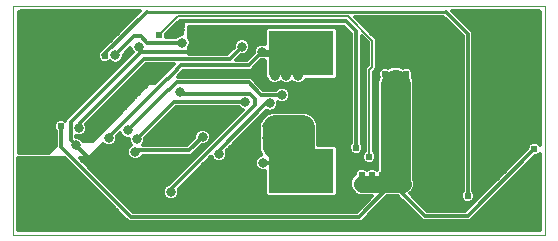
<source format=gbl>
G75*
%MOIN*%
%OFA0B0*%
%FSLAX25Y25*%
%IPPOS*%
%LPD*%
%AMOC8*
5,1,8,0,0,1.08239X$1,22.5*
%
%ADD10C,0.00000*%
%ADD11R,0.21654X0.15157*%
%ADD12C,0.01181*%
%ADD13C,0.03150*%
%ADD14C,0.02400*%
%ADD15C,0.02775*%
%ADD16C,0.00600*%
%ADD17C,0.07874*%
%ADD18C,0.02400*%
%ADD19C,0.10000*%
%ADD20C,0.05600*%
%ADD21C,0.01142*%
D10*
X0002291Y0002097D02*
X0002291Y0078534D01*
X0179516Y0078534D01*
X0179516Y0002097D01*
X0002291Y0002097D01*
D11*
X0098354Y0023554D03*
X0098354Y0062727D03*
D12*
X0110372Y0062258D02*
X0114839Y0062258D01*
X0114839Y0061078D02*
X0110372Y0061078D01*
X0110372Y0059898D02*
X0114839Y0059898D01*
X0114839Y0058719D02*
X0110372Y0058719D01*
X0110372Y0057539D02*
X0114839Y0057539D01*
X0114839Y0056359D02*
X0110372Y0056359D01*
X0110372Y0055180D02*
X0114839Y0055180D01*
X0114839Y0054000D02*
X0109717Y0054000D01*
X0109674Y0053958D02*
X0110372Y0054655D01*
X0110372Y0070799D01*
X0109674Y0071496D01*
X0087034Y0071496D01*
X0086337Y0070799D01*
X0086337Y0065686D01*
X0085743Y0065933D01*
X0084643Y0065933D01*
X0083626Y0065512D01*
X0082848Y0064734D01*
X0082427Y0063717D01*
X0082427Y0062921D01*
X0081033Y0061526D01*
X0081033Y0061526D01*
X0080428Y0060922D01*
X0080049Y0060542D01*
X0076656Y0060542D01*
X0078292Y0062178D01*
X0079089Y0062178D01*
X0080105Y0062599D01*
X0080883Y0063377D01*
X0081304Y0064394D01*
X0081304Y0065494D01*
X0080883Y0066510D01*
X0080105Y0067288D01*
X0079089Y0067709D01*
X0077989Y0067709D01*
X0076972Y0067288D01*
X0076194Y0066510D01*
X0075773Y0065494D01*
X0075773Y0064697D01*
X0073656Y0062580D01*
X0060854Y0062580D01*
X0060854Y0064588D01*
X0061010Y0064744D01*
X0061431Y0065760D01*
X0061431Y0066860D01*
X0061010Y0067877D01*
X0060854Y0068033D01*
X0060854Y0071650D01*
X0112530Y0071650D01*
X0114839Y0069341D01*
X0114839Y0032873D01*
X0114593Y0032627D01*
X0114229Y0031749D01*
X0114229Y0030798D01*
X0114593Y0029919D01*
X0115266Y0029247D01*
X0116144Y0028883D01*
X0117096Y0028883D01*
X0117974Y0029247D01*
X0118647Y0029919D01*
X0119011Y0030798D01*
X0119011Y0031749D01*
X0118647Y0032627D01*
X0118401Y0032873D01*
X0118401Y0068362D01*
X0120404Y0066357D01*
X0120404Y0066357D01*
X0120471Y0066290D01*
X0120471Y0058901D01*
X0120293Y0058723D01*
X0119420Y0057850D01*
X0119420Y0030168D01*
X0118884Y0029632D01*
X0118520Y0028753D01*
X0118520Y0027802D01*
X0118884Y0026924D01*
X0119556Y0026251D01*
X0120435Y0025887D01*
X0121386Y0025887D01*
X0122265Y0026251D01*
X0122937Y0026924D01*
X0123301Y0027802D01*
X0123301Y0028753D01*
X0122937Y0029632D01*
X0122401Y0030168D01*
X0122401Y0056615D01*
X0123452Y0057666D01*
X0123452Y0067591D01*
X0122579Y0068465D01*
X0122513Y0068465D01*
X0116178Y0074806D01*
X0145635Y0074806D01*
X0152036Y0068404D01*
X0152036Y0016845D01*
X0151791Y0016600D01*
X0151427Y0015721D01*
X0151427Y0014770D01*
X0151791Y0013892D01*
X0152463Y0013219D01*
X0153342Y0012855D01*
X0154293Y0012855D01*
X0155172Y0013219D01*
X0155844Y0013892D01*
X0156208Y0014770D01*
X0156208Y0015721D01*
X0155844Y0016600D01*
X0155598Y0016845D01*
X0155598Y0068404D01*
X0155598Y0069880D01*
X0148578Y0076900D01*
X0177488Y0076900D01*
X0177925Y0076463D01*
X0177925Y0032231D01*
X0177366Y0032791D01*
X0176487Y0033155D01*
X0175536Y0033155D01*
X0174658Y0032791D01*
X0173985Y0032118D01*
X0173621Y0031240D01*
X0173621Y0030892D01*
X0152989Y0010261D01*
X0140348Y0010261D01*
X0134579Y0016030D01*
X0135055Y0016521D01*
X0135596Y0017061D01*
X0135608Y0017090D01*
X0135629Y0017112D01*
X0135911Y0017822D01*
X0136203Y0018528D01*
X0136203Y0018559D01*
X0136215Y0018588D01*
X0136203Y0019352D01*
X0136203Y0020115D01*
X0136191Y0020144D01*
X0136191Y0020175D01*
X0135986Y0020650D01*
X0135986Y0053529D01*
X0135448Y0054827D01*
X0135630Y0055267D01*
X0135630Y0056218D01*
X0135266Y0057097D01*
X0134594Y0057769D01*
X0133715Y0058133D01*
X0132764Y0058133D01*
X0132324Y0057951D01*
X0131026Y0058488D01*
X0128564Y0058488D01*
X0127266Y0057951D01*
X0126826Y0058133D01*
X0125875Y0058133D01*
X0124996Y0057769D01*
X0124324Y0057097D01*
X0123960Y0056218D01*
X0123960Y0055267D01*
X0124142Y0054827D01*
X0123604Y0053529D01*
X0123604Y0023937D01*
X0123600Y0023933D01*
X0123232Y0024301D01*
X0122353Y0024665D01*
X0121402Y0024665D01*
X0120524Y0024301D01*
X0120156Y0023933D01*
X0119787Y0024301D01*
X0118909Y0024665D01*
X0117958Y0024665D01*
X0117079Y0024301D01*
X0116406Y0023629D01*
X0116043Y0022750D01*
X0116043Y0022575D01*
X0115050Y0021582D01*
X0114443Y0020115D01*
X0114443Y0018528D01*
X0115050Y0017061D01*
X0116173Y0015939D01*
X0117639Y0015331D01*
X0122009Y0015331D01*
X0116880Y0009976D01*
X0042207Y0009976D01*
X0024495Y0027688D01*
X0027390Y0027688D01*
X0032229Y0032527D01*
X0032648Y0032108D01*
X0033665Y0031687D01*
X0034765Y0031687D01*
X0035781Y0032108D01*
X0036559Y0032886D01*
X0036980Y0033902D01*
X0036980Y0035002D01*
X0036907Y0035178D01*
X0037933Y0036204D01*
X0038235Y0035474D01*
X0039013Y0034696D01*
X0040030Y0034275D01*
X0040699Y0034275D01*
X0040699Y0033605D01*
X0041120Y0032589D01*
X0041460Y0032249D01*
X0041406Y0032227D01*
X0040628Y0031449D01*
X0040207Y0030433D01*
X0040207Y0029333D01*
X0040628Y0028316D01*
X0041406Y0027538D01*
X0042422Y0027117D01*
X0043522Y0027117D01*
X0044539Y0027538D01*
X0045317Y0028316D01*
X0045432Y0028594D01*
X0061602Y0028594D01*
X0065137Y0032129D01*
X0065933Y0032129D01*
X0066950Y0032550D01*
X0067728Y0033327D01*
X0068149Y0034344D01*
X0068149Y0035444D01*
X0067728Y0036460D01*
X0066950Y0037238D01*
X0065933Y0037659D01*
X0064833Y0037659D01*
X0063817Y0037238D01*
X0063039Y0036460D01*
X0062618Y0035444D01*
X0062618Y0034647D01*
X0060126Y0032156D01*
X0045376Y0032156D01*
X0045809Y0032589D01*
X0046230Y0033605D01*
X0046230Y0034402D01*
X0056543Y0044715D01*
X0077369Y0044715D01*
X0077932Y0044152D01*
X0078705Y0043832D01*
X0054126Y0019253D01*
X0053330Y0018923D01*
X0052552Y0018145D01*
X0052131Y0017129D01*
X0052131Y0016028D01*
X0052552Y0015012D01*
X0053330Y0014234D01*
X0054346Y0013813D01*
X0055446Y0013813D01*
X0056462Y0014234D01*
X0057240Y0015012D01*
X0057661Y0016028D01*
X0057661Y0017129D01*
X0057479Y0017568D01*
X0068255Y0028345D01*
X0068575Y0027574D01*
X0069353Y0026796D01*
X0070369Y0026375D01*
X0071469Y0026375D01*
X0072486Y0026796D01*
X0073263Y0027574D01*
X0073684Y0028590D01*
X0073684Y0029690D01*
X0073413Y0030346D01*
X0086675Y0043608D01*
X0087330Y0043336D01*
X0088431Y0043336D01*
X0089447Y0043757D01*
X0090225Y0044535D01*
X0090646Y0045552D01*
X0090646Y0046398D01*
X0091353Y0046105D01*
X0092453Y0046105D01*
X0093470Y0046526D01*
X0094247Y0047304D01*
X0094668Y0048320D01*
X0094668Y0049421D01*
X0094247Y0050437D01*
X0093470Y0051215D01*
X0092453Y0051636D01*
X0091353Y0051636D01*
X0090337Y0051215D01*
X0089773Y0050652D01*
X0085686Y0050652D01*
X0082638Y0053755D01*
X0082638Y0053765D01*
X0082122Y0054280D01*
X0081611Y0054801D01*
X0081601Y0054802D01*
X0081595Y0054808D01*
X0080865Y0054808D01*
X0080135Y0054815D01*
X0080128Y0054808D01*
X0057029Y0054808D01*
X0057655Y0055434D01*
X0058698Y0056478D01*
X0058698Y0056909D01*
X0058769Y0056980D01*
X0080049Y0056980D01*
X0080794Y0056980D01*
X0081524Y0056980D01*
X0081524Y0056980D01*
X0081524Y0056980D01*
X0082205Y0057661D01*
X0082567Y0058023D01*
X0082936Y0058391D01*
X0084946Y0060402D01*
X0085431Y0060402D01*
X0085780Y0060374D01*
X0085871Y0060337D01*
X0086252Y0060337D01*
X0086337Y0060330D01*
X0086337Y0054655D01*
X0086870Y0054122D01*
X0087053Y0053680D01*
X0087831Y0052902D01*
X0088848Y0052481D01*
X0089948Y0052481D01*
X0090964Y0052902D01*
X0091366Y0053305D01*
X0091768Y0052902D01*
X0092785Y0052481D01*
X0093885Y0052481D01*
X0094901Y0052902D01*
X0095303Y0053305D01*
X0095705Y0052902D01*
X0096722Y0052481D01*
X0097822Y0052481D01*
X0098838Y0052902D01*
X0099616Y0053680D01*
X0099731Y0053958D01*
X0109674Y0053958D01*
X0114839Y0052821D02*
X0098640Y0052821D01*
X0095903Y0052821D02*
X0094703Y0052821D01*
X0091966Y0052821D02*
X0090766Y0052821D01*
X0088029Y0052821D02*
X0083556Y0052821D01*
X0082402Y0054000D02*
X0086921Y0054000D01*
X0086337Y0055180D02*
X0057401Y0055180D01*
X0058580Y0056359D02*
X0086337Y0056359D01*
X0086337Y0057539D02*
X0082083Y0057539D01*
X0082567Y0058023D02*
X0082567Y0058023D01*
X0083263Y0058719D02*
X0086337Y0058719D01*
X0086337Y0059898D02*
X0084443Y0059898D01*
X0081771Y0059745D02*
X0080786Y0058761D01*
X0058031Y0058761D01*
X0056917Y0057647D01*
X0056917Y0057215D01*
X0053965Y0054263D01*
X0053472Y0054263D01*
X0034772Y0035562D01*
X0034215Y0035005D01*
X0034215Y0034452D01*
X0036440Y0032767D02*
X0041046Y0032767D01*
X0040766Y0031588D02*
X0031290Y0031588D01*
X0030110Y0030408D02*
X0040207Y0030408D01*
X0040250Y0029228D02*
X0028930Y0029228D01*
X0027751Y0028049D02*
X0040895Y0028049D01*
X0042972Y0029883D02*
X0043138Y0030148D01*
X0043364Y0030375D01*
X0060864Y0030375D01*
X0065383Y0034894D01*
X0062618Y0035126D02*
X0046954Y0035126D01*
X0048134Y0036306D02*
X0062975Y0036306D01*
X0064414Y0037486D02*
X0049314Y0037486D01*
X0050493Y0038665D02*
X0073538Y0038665D01*
X0072359Y0037486D02*
X0066352Y0037486D01*
X0067791Y0036306D02*
X0071179Y0036306D01*
X0070000Y0035126D02*
X0068149Y0035126D01*
X0067984Y0033947D02*
X0068820Y0033947D01*
X0067640Y0032767D02*
X0067167Y0032767D01*
X0066461Y0031588D02*
X0064596Y0031588D01*
X0065281Y0030408D02*
X0063416Y0030408D01*
X0064101Y0029228D02*
X0062236Y0029228D01*
X0062922Y0028049D02*
X0045049Y0028049D01*
X0045883Y0032767D02*
X0060738Y0032767D01*
X0061917Y0033947D02*
X0046230Y0033947D01*
X0043464Y0034155D02*
X0055805Y0046496D01*
X0079498Y0046496D01*
X0077520Y0044563D02*
X0056391Y0044563D01*
X0055212Y0043384D02*
X0078257Y0043384D01*
X0077077Y0042204D02*
X0054032Y0042204D01*
X0052853Y0041024D02*
X0075898Y0041024D01*
X0074718Y0039845D02*
X0051673Y0039845D01*
X0053958Y0050418D02*
X0040580Y0037040D01*
X0038583Y0035126D02*
X0036929Y0035126D01*
X0036980Y0033947D02*
X0040699Y0033947D01*
X0032758Y0037486D02*
X0026981Y0037486D01*
X0026981Y0037244D02*
X0026981Y0038344D01*
X0026635Y0039178D01*
X0046474Y0059017D01*
X0055767Y0059017D01*
X0052793Y0056044D01*
X0052735Y0056044D01*
X0051691Y0055000D01*
X0049477Y0052786D01*
X0047567Y0052786D01*
X0043138Y0048357D01*
X0034772Y0039499D01*
X0028866Y0033593D01*
X0025474Y0033593D01*
X0025457Y0033637D01*
X0024679Y0034414D01*
X0023662Y0034835D01*
X0023227Y0034835D01*
X0023227Y0035210D01*
X0023666Y0035028D01*
X0024766Y0035028D01*
X0025782Y0035449D01*
X0026560Y0036227D01*
X0026981Y0037244D01*
X0026593Y0036306D02*
X0031579Y0036306D01*
X0030399Y0035126D02*
X0025003Y0035126D01*
X0023429Y0035126D02*
X0023227Y0035126D01*
X0025146Y0033947D02*
X0029220Y0033947D01*
X0023112Y0032070D02*
X0028313Y0026869D01*
X0058017Y0026869D01*
X0060563Y0025690D02*
X0026493Y0025690D01*
X0027673Y0024510D02*
X0059383Y0024510D01*
X0058203Y0023330D02*
X0028853Y0023330D01*
X0030032Y0022151D02*
X0057024Y0022151D01*
X0055844Y0020971D02*
X0031212Y0020971D01*
X0032392Y0019791D02*
X0054665Y0019791D01*
X0053019Y0018612D02*
X0033571Y0018612D01*
X0034751Y0017432D02*
X0052256Y0017432D01*
X0052131Y0016253D02*
X0035930Y0016253D01*
X0037110Y0015073D02*
X0052526Y0015073D01*
X0054152Y0013893D02*
X0038290Y0013893D01*
X0039469Y0012714D02*
X0119502Y0012714D01*
X0118373Y0011534D02*
X0040649Y0011534D01*
X0041828Y0010355D02*
X0117243Y0010355D01*
X0117641Y0008195D02*
X0128768Y0019814D01*
X0128768Y0019322D01*
X0128768Y0019814D02*
X0132213Y0019322D01*
X0129260Y0018830D01*
X0139610Y0008480D01*
X0153727Y0008480D01*
X0176012Y0030764D01*
X0177857Y0029228D02*
X0177925Y0029228D01*
X0177925Y0029297D02*
X0177925Y0004011D01*
X0177602Y0003688D01*
X0003882Y0003688D01*
X0003882Y0027688D01*
X0019458Y0027688D01*
X0039688Y0007457D01*
X0040732Y0006414D01*
X0116926Y0006414D01*
X0116942Y0006398D01*
X0117660Y0006414D01*
X0118379Y0006414D01*
X0118394Y0006430D01*
X0118417Y0006430D01*
X0118914Y0006949D01*
X0119422Y0007457D01*
X0119422Y0007479D01*
X0126941Y0015331D01*
X0130239Y0015331D01*
X0138872Y0006698D01*
X0154465Y0006698D01*
X0176140Y0028374D01*
X0176487Y0028374D01*
X0177366Y0028738D01*
X0177925Y0029297D01*
X0177925Y0028049D02*
X0175815Y0028049D01*
X0174636Y0026869D02*
X0177925Y0026869D01*
X0177925Y0025690D02*
X0173456Y0025690D01*
X0172276Y0024510D02*
X0177925Y0024510D01*
X0177925Y0023330D02*
X0171097Y0023330D01*
X0169917Y0022151D02*
X0177925Y0022151D01*
X0177925Y0020971D02*
X0168738Y0020971D01*
X0167558Y0019791D02*
X0177925Y0019791D01*
X0177925Y0018612D02*
X0166378Y0018612D01*
X0165199Y0017432D02*
X0177925Y0017432D01*
X0177925Y0016253D02*
X0164019Y0016253D01*
X0162840Y0015073D02*
X0177925Y0015073D01*
X0177925Y0013893D02*
X0161660Y0013893D01*
X0160480Y0012714D02*
X0177925Y0012714D01*
X0177925Y0011534D02*
X0159301Y0011534D01*
X0158121Y0010355D02*
X0177925Y0010355D01*
X0177925Y0009175D02*
X0156941Y0009175D01*
X0155762Y0007995D02*
X0177925Y0007995D01*
X0177925Y0006816D02*
X0154582Y0006816D01*
X0153083Y0010355D02*
X0140254Y0010355D01*
X0139074Y0011534D02*
X0154263Y0011534D01*
X0155443Y0012714D02*
X0137894Y0012714D01*
X0136715Y0013893D02*
X0151790Y0013893D01*
X0151427Y0015073D02*
X0135535Y0015073D01*
X0134795Y0016253D02*
X0151647Y0016253D01*
X0152036Y0017432D02*
X0135756Y0017432D01*
X0136214Y0018612D02*
X0152036Y0018612D01*
X0152036Y0019791D02*
X0136203Y0019791D01*
X0135986Y0020971D02*
X0152036Y0020971D01*
X0152036Y0022151D02*
X0135986Y0022151D01*
X0135986Y0023330D02*
X0152036Y0023330D01*
X0152036Y0024510D02*
X0135986Y0024510D01*
X0135986Y0025690D02*
X0152036Y0025690D01*
X0152036Y0026869D02*
X0135986Y0026869D01*
X0135986Y0028049D02*
X0152036Y0028049D01*
X0152036Y0029228D02*
X0135986Y0029228D01*
X0135986Y0030408D02*
X0152036Y0030408D01*
X0152036Y0031588D02*
X0135986Y0031588D01*
X0135986Y0032767D02*
X0152036Y0032767D01*
X0152036Y0033947D02*
X0135986Y0033947D01*
X0135986Y0035126D02*
X0152036Y0035126D01*
X0152036Y0036306D02*
X0135986Y0036306D01*
X0135986Y0037486D02*
X0152036Y0037486D01*
X0152036Y0038665D02*
X0135986Y0038665D01*
X0135986Y0039845D02*
X0152036Y0039845D01*
X0152036Y0041024D02*
X0135986Y0041024D01*
X0135986Y0042204D02*
X0152036Y0042204D01*
X0152036Y0043384D02*
X0135986Y0043384D01*
X0135986Y0044563D02*
X0152036Y0044563D01*
X0152036Y0045743D02*
X0135986Y0045743D01*
X0135986Y0046923D02*
X0152036Y0046923D01*
X0152036Y0048102D02*
X0135986Y0048102D01*
X0135986Y0049282D02*
X0152036Y0049282D01*
X0152036Y0050461D02*
X0135986Y0050461D01*
X0135986Y0051641D02*
X0152036Y0051641D01*
X0152036Y0052821D02*
X0135986Y0052821D01*
X0135790Y0054000D02*
X0152036Y0054000D01*
X0152036Y0055180D02*
X0135594Y0055180D01*
X0135572Y0056359D02*
X0152036Y0056359D01*
X0152036Y0057539D02*
X0134824Y0057539D01*
X0124766Y0057539D02*
X0123325Y0057539D01*
X0123452Y0058719D02*
X0152036Y0058719D01*
X0152036Y0059898D02*
X0123452Y0059898D01*
X0120471Y0059898D02*
X0118401Y0059898D01*
X0118401Y0058719D02*
X0120289Y0058719D01*
X0119420Y0057539D02*
X0118401Y0057539D01*
X0118401Y0056359D02*
X0119420Y0056359D01*
X0119420Y0055180D02*
X0118401Y0055180D01*
X0118401Y0054000D02*
X0119420Y0054000D01*
X0119420Y0052821D02*
X0118401Y0052821D01*
X0118401Y0051641D02*
X0119420Y0051641D01*
X0119420Y0050461D02*
X0118401Y0050461D01*
X0118401Y0049282D02*
X0119420Y0049282D01*
X0119420Y0048102D02*
X0118401Y0048102D01*
X0118401Y0046923D02*
X0119420Y0046923D01*
X0119420Y0045743D02*
X0118401Y0045743D01*
X0118401Y0044563D02*
X0119420Y0044563D01*
X0119420Y0043384D02*
X0118401Y0043384D01*
X0118401Y0042204D02*
X0119420Y0042204D01*
X0119420Y0041024D02*
X0118401Y0041024D01*
X0118401Y0039845D02*
X0119420Y0039845D01*
X0119420Y0038665D02*
X0118401Y0038665D01*
X0118401Y0037486D02*
X0119420Y0037486D01*
X0119420Y0036306D02*
X0118401Y0036306D01*
X0118401Y0035126D02*
X0119420Y0035126D01*
X0119420Y0033947D02*
X0118401Y0033947D01*
X0118507Y0032767D02*
X0119420Y0032767D01*
X0119420Y0031588D02*
X0119011Y0031588D01*
X0116620Y0031273D02*
X0116620Y0070078D01*
X0113267Y0073431D01*
X0059371Y0073431D01*
X0055932Y0069992D01*
X0054623Y0070515D02*
X0058700Y0070515D01*
X0058740Y0071694D02*
X0055805Y0071694D01*
X0056986Y0072874D02*
X0058781Y0072874D01*
X0058806Y0073599D02*
X0058650Y0069076D01*
X0058116Y0069076D01*
X0057100Y0068655D01*
X0056536Y0068091D01*
X0053185Y0068091D01*
X0053347Y0068484D01*
X0053347Y0069240D01*
X0057711Y0073599D01*
X0058806Y0073599D01*
X0060854Y0070515D02*
X0086337Y0070515D01*
X0086337Y0069335D02*
X0060854Y0069335D01*
X0060854Y0068156D02*
X0086337Y0068156D01*
X0086337Y0066976D02*
X0080417Y0066976D01*
X0081179Y0065796D02*
X0084314Y0065796D01*
X0086072Y0065796D02*
X0086337Y0065796D01*
X0082800Y0064617D02*
X0081304Y0064617D01*
X0080908Y0063437D02*
X0082427Y0063437D01*
X0084870Y0062845D02*
X0085193Y0063167D01*
X0081771Y0059745D01*
X0080585Y0061078D02*
X0077192Y0061078D01*
X0079280Y0062258D02*
X0081764Y0062258D01*
X0075693Y0064617D02*
X0060883Y0064617D01*
X0060854Y0063437D02*
X0074513Y0063437D01*
X0074393Y0060798D02*
X0078539Y0064944D01*
X0076660Y0066976D02*
X0061384Y0066976D01*
X0061431Y0065796D02*
X0075899Y0065796D01*
X0065437Y0063754D02*
X0065261Y0064914D01*
X0065261Y0070194D01*
X0065498Y0069447D01*
X0058659Y0069335D02*
X0053442Y0069335D01*
X0053211Y0068156D02*
X0056601Y0068156D01*
X0058666Y0066310D02*
X0046821Y0066310D01*
X0044727Y0068405D01*
X0042670Y0068405D01*
X0036345Y0062079D01*
X0038923Y0061078D02*
X0040099Y0061078D01*
X0039110Y0061529D02*
X0038689Y0060513D01*
X0037911Y0059735D01*
X0036895Y0059314D01*
X0035794Y0059314D01*
X0034778Y0059735D01*
X0034389Y0060124D01*
X0034158Y0059893D01*
X0033279Y0059529D01*
X0032328Y0059529D01*
X0031450Y0059893D01*
X0030777Y0060565D01*
X0030413Y0061444D01*
X0030413Y0062395D01*
X0030531Y0062678D01*
X0030531Y0062811D01*
X0030625Y0062906D01*
X0030777Y0063273D01*
X0031450Y0063946D01*
X0031817Y0064098D01*
X0044620Y0076900D01*
X0004752Y0076900D01*
X0004260Y0076408D01*
X0004260Y0029656D01*
X0014102Y0029656D01*
X0016428Y0031982D01*
X0016428Y0036816D01*
X0016183Y0037062D01*
X0015819Y0037941D01*
X0015819Y0038892D01*
X0016183Y0039770D01*
X0016855Y0040443D01*
X0017734Y0040807D01*
X0018685Y0040807D01*
X0019564Y0040443D01*
X0019665Y0040342D01*
X0019665Y0040644D01*
X0020019Y0040998D01*
X0042084Y0063063D01*
X0041713Y0063435D01*
X0041292Y0064451D01*
X0041292Y0064507D01*
X0039110Y0062326D01*
X0039110Y0061529D01*
X0039110Y0062258D02*
X0041279Y0062258D01*
X0041712Y0063437D02*
X0040221Y0063437D01*
X0044057Y0065002D02*
X0044807Y0063267D01*
X0044602Y0063062D01*
X0063409Y0063062D01*
X0065261Y0064914D01*
X0074393Y0060798D02*
X0047221Y0060798D01*
X0045737Y0060798D01*
X0024437Y0039499D01*
X0024437Y0038515D01*
X0023945Y0038022D01*
X0024216Y0037794D01*
X0026848Y0038665D02*
X0033938Y0038665D01*
X0035098Y0039845D02*
X0027302Y0039845D01*
X0028482Y0041024D02*
X0036213Y0041024D01*
X0037327Y0042204D02*
X0029661Y0042204D01*
X0030841Y0043384D02*
X0038441Y0043384D01*
X0039555Y0044563D02*
X0032020Y0044563D01*
X0033200Y0045743D02*
X0040669Y0045743D01*
X0041783Y0046923D02*
X0034380Y0046923D01*
X0035559Y0048102D02*
X0042897Y0048102D01*
X0044062Y0049282D02*
X0036739Y0049282D01*
X0037918Y0050461D02*
X0045242Y0050461D01*
X0046422Y0051641D02*
X0039098Y0051641D01*
X0040278Y0052821D02*
X0049512Y0052821D01*
X0050691Y0054000D02*
X0041457Y0054000D01*
X0042637Y0055180D02*
X0051871Y0055180D01*
X0053109Y0056359D02*
X0043816Y0056359D01*
X0044996Y0057539D02*
X0054288Y0057539D01*
X0055468Y0058719D02*
X0046176Y0058719D01*
X0038919Y0059898D02*
X0038075Y0059898D01*
X0037740Y0058719D02*
X0004260Y0058719D01*
X0004260Y0059898D02*
X0031444Y0059898D01*
X0034164Y0059898D02*
X0034614Y0059898D01*
X0036560Y0057539D02*
X0004260Y0057539D01*
X0004260Y0056359D02*
X0035380Y0056359D01*
X0034201Y0055180D02*
X0004260Y0055180D01*
X0004260Y0054000D02*
X0033021Y0054000D01*
X0031842Y0052821D02*
X0004260Y0052821D01*
X0004260Y0051641D02*
X0030662Y0051641D01*
X0029482Y0050461D02*
X0004260Y0050461D01*
X0004260Y0049282D02*
X0028303Y0049282D01*
X0027123Y0048102D02*
X0004260Y0048102D01*
X0004260Y0046923D02*
X0025944Y0046923D01*
X0024764Y0045743D02*
X0004260Y0045743D01*
X0004260Y0044563D02*
X0023584Y0044563D01*
X0022405Y0043384D02*
X0004260Y0043384D01*
X0004260Y0042204D02*
X0021225Y0042204D01*
X0020046Y0041024D02*
X0004260Y0041024D01*
X0004260Y0039845D02*
X0016257Y0039845D01*
X0015819Y0038665D02*
X0004260Y0038665D01*
X0004260Y0037486D02*
X0016007Y0037486D01*
X0016428Y0036306D02*
X0004260Y0036306D01*
X0004260Y0035126D02*
X0016428Y0035126D01*
X0016428Y0033947D02*
X0004260Y0033947D01*
X0004260Y0032767D02*
X0016428Y0032767D01*
X0016034Y0031588D02*
X0004260Y0031588D01*
X0004260Y0030408D02*
X0014854Y0030408D01*
X0018209Y0031455D02*
X0041469Y0008195D01*
X0117641Y0008195D01*
X0119916Y0007995D02*
X0137575Y0007995D01*
X0138755Y0006816D02*
X0118786Y0006816D01*
X0121046Y0009175D02*
X0136396Y0009175D01*
X0135216Y0010355D02*
X0122175Y0010355D01*
X0123305Y0011534D02*
X0134036Y0011534D01*
X0132857Y0012714D02*
X0124434Y0012714D01*
X0125564Y0013893D02*
X0131677Y0013893D01*
X0130498Y0015073D02*
X0126694Y0015073D01*
X0121762Y0015073D02*
X0109963Y0015073D01*
X0109674Y0014785D02*
X0110372Y0015482D01*
X0110372Y0031626D01*
X0109674Y0032323D01*
X0103876Y0032323D01*
X0103876Y0039042D01*
X0103095Y0040927D01*
X0101653Y0042369D01*
X0099768Y0043150D01*
X0088378Y0043150D01*
X0086493Y0042369D01*
X0085051Y0040927D01*
X0084776Y0040265D01*
X0084593Y0040081D01*
X0084172Y0039065D01*
X0084172Y0037964D01*
X0084270Y0037727D01*
X0084270Y0035365D01*
X0084172Y0035128D01*
X0084172Y0034027D01*
X0084270Y0033790D01*
X0084270Y0030605D01*
X0084978Y0028897D01*
X0084112Y0028538D01*
X0083334Y0027760D01*
X0082913Y0026744D01*
X0082913Y0025644D01*
X0083334Y0024627D01*
X0084112Y0023849D01*
X0085129Y0023428D01*
X0086229Y0023428D01*
X0086337Y0023473D01*
X0086337Y0015482D01*
X0087034Y0014785D01*
X0109674Y0014785D01*
X0110372Y0016253D02*
X0115859Y0016253D01*
X0114896Y0017432D02*
X0110372Y0017432D01*
X0110372Y0018612D02*
X0114443Y0018612D01*
X0114443Y0019791D02*
X0110372Y0019791D01*
X0110372Y0020971D02*
X0114797Y0020971D01*
X0115619Y0022151D02*
X0110372Y0022151D01*
X0110372Y0023330D02*
X0116283Y0023330D01*
X0117583Y0024510D02*
X0110372Y0024510D01*
X0110372Y0025690D02*
X0123604Y0025690D01*
X0123604Y0024510D02*
X0122728Y0024510D01*
X0121028Y0024510D02*
X0119283Y0024510D01*
X0118939Y0026869D02*
X0110372Y0026869D01*
X0110372Y0028049D02*
X0118520Y0028049D01*
X0118717Y0029228D02*
X0117930Y0029228D01*
X0118849Y0030408D02*
X0119420Y0030408D01*
X0122401Y0030408D02*
X0123604Y0030408D01*
X0123604Y0029228D02*
X0123104Y0029228D01*
X0123301Y0028049D02*
X0123604Y0028049D01*
X0123604Y0026869D02*
X0122883Y0026869D01*
X0115310Y0029228D02*
X0110372Y0029228D01*
X0110372Y0030408D02*
X0114391Y0030408D01*
X0114229Y0031588D02*
X0110372Y0031588D01*
X0114733Y0032767D02*
X0103876Y0032767D01*
X0103876Y0033947D02*
X0114839Y0033947D01*
X0114839Y0035126D02*
X0103876Y0035126D01*
X0103876Y0036306D02*
X0114839Y0036306D01*
X0114839Y0037486D02*
X0103876Y0037486D01*
X0103876Y0038665D02*
X0114839Y0038665D01*
X0114839Y0039845D02*
X0103543Y0039845D01*
X0102997Y0041024D02*
X0114839Y0041024D01*
X0114839Y0042204D02*
X0101818Y0042204D01*
X0098748Y0038515D02*
X0098748Y0038022D01*
X0098748Y0035070D02*
X0094811Y0034578D01*
X0091760Y0036743D02*
X0090874Y0034578D01*
X0090874Y0038022D02*
X0090874Y0038515D01*
X0085148Y0041024D02*
X0084092Y0041024D01*
X0084495Y0039845D02*
X0082912Y0039845D01*
X0081733Y0038665D02*
X0084172Y0038665D01*
X0084270Y0037486D02*
X0080553Y0037486D01*
X0079373Y0036306D02*
X0084270Y0036306D01*
X0084172Y0035126D02*
X0078194Y0035126D01*
X0077014Y0033947D02*
X0084205Y0033947D01*
X0084270Y0032767D02*
X0075834Y0032767D01*
X0074655Y0031588D02*
X0084270Y0031588D01*
X0084352Y0030408D02*
X0073475Y0030408D01*
X0073684Y0029228D02*
X0084840Y0029228D01*
X0083623Y0028049D02*
X0073460Y0028049D01*
X0072559Y0026869D02*
X0082965Y0026869D01*
X0082913Y0025690D02*
X0065600Y0025690D01*
X0064421Y0024510D02*
X0083452Y0024510D01*
X0085679Y0026194D02*
X0090104Y0026194D01*
X0090776Y0026015D01*
X0098354Y0023554D01*
X0098748Y0023948D01*
X0086337Y0023330D02*
X0063241Y0023330D01*
X0062061Y0022151D02*
X0086337Y0022151D01*
X0086337Y0020971D02*
X0060882Y0020971D01*
X0059702Y0019791D02*
X0086337Y0019791D01*
X0086337Y0018612D02*
X0058523Y0018612D01*
X0057536Y0017432D02*
X0086337Y0017432D01*
X0086337Y0016253D02*
X0057661Y0016253D01*
X0054896Y0016579D02*
X0054896Y0017504D01*
X0082746Y0045354D01*
X0082746Y0047638D01*
X0081101Y0049283D01*
X0059378Y0049341D01*
X0058420Y0049341D01*
X0057986Y0049776D01*
X0056848Y0053027D02*
X0054239Y0050418D01*
X0053958Y0050418D01*
X0054239Y0050418D02*
X0054239Y0050418D01*
X0056848Y0053027D02*
X0080857Y0053027D01*
X0084476Y0049341D01*
X0084947Y0048871D01*
X0091903Y0048871D01*
X0094578Y0048102D02*
X0114839Y0048102D01*
X0114839Y0049282D02*
X0094668Y0049282D01*
X0094223Y0050461D02*
X0114839Y0050461D01*
X0114839Y0051641D02*
X0084714Y0051641D01*
X0093866Y0046923D02*
X0114839Y0046923D01*
X0114839Y0045743D02*
X0090646Y0045743D01*
X0090237Y0044563D02*
X0114839Y0044563D01*
X0114839Y0043384D02*
X0088545Y0043384D01*
X0087216Y0043384D02*
X0086451Y0043384D01*
X0086328Y0042204D02*
X0085271Y0042204D01*
X0086650Y0046102D02*
X0087881Y0046102D01*
X0086650Y0046102D02*
X0070697Y0030148D01*
X0070919Y0029140D01*
X0068378Y0028049D02*
X0067960Y0028049D01*
X0066780Y0026869D02*
X0069279Y0026869D01*
X0061742Y0026869D02*
X0025314Y0026869D01*
X0021456Y0025690D02*
X0003882Y0025690D01*
X0003882Y0024510D02*
X0022635Y0024510D01*
X0023815Y0023330D02*
X0003882Y0023330D01*
X0003882Y0022151D02*
X0024995Y0022151D01*
X0026174Y0020971D02*
X0003882Y0020971D01*
X0003882Y0019791D02*
X0027354Y0019791D01*
X0028533Y0018612D02*
X0003882Y0018612D01*
X0003882Y0017432D02*
X0029713Y0017432D01*
X0030893Y0016253D02*
X0003882Y0016253D01*
X0003882Y0015073D02*
X0032072Y0015073D01*
X0033252Y0013893D02*
X0003882Y0013893D01*
X0003882Y0012714D02*
X0034432Y0012714D01*
X0035611Y0011534D02*
X0003882Y0011534D01*
X0003882Y0010355D02*
X0036791Y0010355D01*
X0037970Y0009175D02*
X0003882Y0009175D01*
X0003882Y0007995D02*
X0039150Y0007995D01*
X0040330Y0006816D02*
X0003882Y0006816D01*
X0003882Y0005636D02*
X0177925Y0005636D01*
X0177925Y0004456D02*
X0003882Y0004456D01*
X0003882Y0026869D02*
X0020276Y0026869D01*
X0018209Y0031455D02*
X0018209Y0038416D01*
X0021446Y0039906D02*
X0021446Y0033737D01*
X0023112Y0032070D01*
X0021446Y0039906D02*
X0044807Y0063267D01*
X0034695Y0066976D02*
X0004260Y0066976D01*
X0004260Y0065796D02*
X0033516Y0065796D01*
X0032336Y0064617D02*
X0004260Y0064617D01*
X0004260Y0063437D02*
X0030941Y0063437D01*
X0030413Y0062258D02*
X0004260Y0062258D01*
X0004260Y0061078D02*
X0030565Y0061078D01*
X0032312Y0062074D02*
X0046805Y0076567D01*
X0044132Y0076413D02*
X0004264Y0076413D01*
X0004260Y0075233D02*
X0042953Y0075233D01*
X0041773Y0074054D02*
X0004260Y0074054D01*
X0004260Y0072874D02*
X0040593Y0072874D01*
X0039414Y0071694D02*
X0004260Y0071694D01*
X0004260Y0070515D02*
X0038234Y0070515D01*
X0037055Y0069335D02*
X0004260Y0069335D01*
X0004260Y0068156D02*
X0035875Y0068156D01*
X0080049Y0056980D02*
X0080049Y0056980D01*
X0110372Y0063437D02*
X0114839Y0063437D01*
X0114839Y0064617D02*
X0110372Y0064617D01*
X0110372Y0065796D02*
X0114839Y0065796D01*
X0114839Y0066976D02*
X0110372Y0066976D01*
X0110372Y0068156D02*
X0114839Y0068156D01*
X0114839Y0069335D02*
X0110372Y0069335D01*
X0110372Y0070515D02*
X0113665Y0070515D01*
X0118107Y0072874D02*
X0147567Y0072874D01*
X0146387Y0074054D02*
X0116929Y0074054D01*
X0119286Y0071694D02*
X0148746Y0071694D01*
X0149926Y0070515D02*
X0120464Y0070515D01*
X0121643Y0069335D02*
X0151105Y0069335D01*
X0152036Y0068156D02*
X0122888Y0068156D01*
X0123452Y0066976D02*
X0152036Y0066976D01*
X0152036Y0065796D02*
X0123452Y0065796D01*
X0120471Y0065796D02*
X0118401Y0065796D01*
X0118401Y0066976D02*
X0119786Y0066976D01*
X0118607Y0068156D02*
X0118401Y0068156D01*
X0118401Y0064617D02*
X0120471Y0064617D01*
X0120471Y0063437D02*
X0118401Y0063437D01*
X0118401Y0062258D02*
X0120471Y0062258D01*
X0120471Y0061078D02*
X0118401Y0061078D01*
X0123452Y0061078D02*
X0152036Y0061078D01*
X0152036Y0062258D02*
X0123452Y0062258D01*
X0123452Y0063437D02*
X0152036Y0063437D01*
X0152036Y0064617D02*
X0123452Y0064617D01*
X0124018Y0056359D02*
X0122401Y0056359D01*
X0122401Y0055180D02*
X0123996Y0055180D01*
X0123800Y0054000D02*
X0122401Y0054000D01*
X0122401Y0052821D02*
X0123604Y0052821D01*
X0126350Y0052298D02*
X0126350Y0048853D01*
X0123604Y0049282D02*
X0122401Y0049282D01*
X0122401Y0048102D02*
X0123604Y0048102D01*
X0123604Y0046923D02*
X0122401Y0046923D01*
X0122401Y0045743D02*
X0123604Y0045743D01*
X0123604Y0044563D02*
X0122401Y0044563D01*
X0122401Y0043384D02*
X0123604Y0043384D01*
X0123604Y0042204D02*
X0122401Y0042204D01*
X0122401Y0041024D02*
X0123604Y0041024D01*
X0123604Y0039845D02*
X0122401Y0039845D01*
X0122401Y0038665D02*
X0123604Y0038665D01*
X0123604Y0037486D02*
X0122401Y0037486D01*
X0122401Y0036306D02*
X0123604Y0036306D01*
X0123604Y0035126D02*
X0122401Y0035126D01*
X0122401Y0033947D02*
X0123604Y0033947D01*
X0123604Y0032767D02*
X0122401Y0032767D01*
X0122401Y0031588D02*
X0123604Y0031588D01*
X0128768Y0022274D02*
X0128768Y0021668D01*
X0129795Y0021668D01*
X0132213Y0021668D01*
X0132213Y0022274D01*
X0120632Y0013893D02*
X0055640Y0013893D01*
X0057266Y0015073D02*
X0086746Y0015073D01*
X0153817Y0015246D02*
X0153817Y0069142D01*
X0146392Y0076567D01*
X0149066Y0076413D02*
X0177925Y0076413D01*
X0177925Y0075233D02*
X0150245Y0075233D01*
X0151425Y0074054D02*
X0177925Y0074054D01*
X0177925Y0072874D02*
X0152604Y0072874D01*
X0153784Y0071694D02*
X0177925Y0071694D01*
X0177925Y0070515D02*
X0154964Y0070515D01*
X0155598Y0069335D02*
X0177925Y0069335D01*
X0177925Y0068156D02*
X0155598Y0068156D01*
X0155598Y0066976D02*
X0177925Y0066976D01*
X0177925Y0065796D02*
X0155598Y0065796D01*
X0155598Y0064617D02*
X0177925Y0064617D01*
X0177925Y0063437D02*
X0155598Y0063437D01*
X0155598Y0062258D02*
X0177925Y0062258D01*
X0177925Y0061078D02*
X0155598Y0061078D01*
X0155598Y0059898D02*
X0177925Y0059898D01*
X0177925Y0058719D02*
X0155598Y0058719D01*
X0155598Y0057539D02*
X0177925Y0057539D01*
X0177925Y0056359D02*
X0155598Y0056359D01*
X0155598Y0055180D02*
X0177925Y0055180D01*
X0177925Y0054000D02*
X0155598Y0054000D01*
X0155598Y0052821D02*
X0177925Y0052821D01*
X0177925Y0051641D02*
X0155598Y0051641D01*
X0155598Y0050461D02*
X0177925Y0050461D01*
X0177925Y0049282D02*
X0155598Y0049282D01*
X0155598Y0048102D02*
X0177925Y0048102D01*
X0177925Y0046923D02*
X0155598Y0046923D01*
X0155598Y0045743D02*
X0177925Y0045743D01*
X0177925Y0044563D02*
X0155598Y0044563D01*
X0155598Y0043384D02*
X0177925Y0043384D01*
X0177925Y0042204D02*
X0155598Y0042204D01*
X0155598Y0041024D02*
X0177925Y0041024D01*
X0177925Y0039845D02*
X0155598Y0039845D01*
X0155598Y0038665D02*
X0177925Y0038665D01*
X0177925Y0037486D02*
X0155598Y0037486D01*
X0155598Y0036306D02*
X0177925Y0036306D01*
X0177925Y0035126D02*
X0155598Y0035126D01*
X0155598Y0033947D02*
X0177925Y0033947D01*
X0177925Y0032767D02*
X0177389Y0032767D01*
X0174634Y0032767D02*
X0155598Y0032767D01*
X0155598Y0031588D02*
X0173765Y0031588D01*
X0173137Y0030408D02*
X0155598Y0030408D01*
X0155598Y0029228D02*
X0171957Y0029228D01*
X0170778Y0028049D02*
X0155598Y0028049D01*
X0155598Y0026869D02*
X0169598Y0026869D01*
X0168418Y0025690D02*
X0155598Y0025690D01*
X0155598Y0024510D02*
X0167239Y0024510D01*
X0166059Y0023330D02*
X0155598Y0023330D01*
X0155598Y0022151D02*
X0164880Y0022151D01*
X0163700Y0020971D02*
X0155598Y0020971D01*
X0155598Y0019791D02*
X0162520Y0019791D01*
X0161341Y0018612D02*
X0155598Y0018612D01*
X0155598Y0017432D02*
X0160161Y0017432D01*
X0158981Y0016253D02*
X0155988Y0016253D01*
X0156208Y0015073D02*
X0157802Y0015073D01*
X0156622Y0013893D02*
X0155845Y0013893D01*
X0123604Y0050461D02*
X0122401Y0050461D01*
X0122401Y0051641D02*
X0123604Y0051641D01*
D13*
X0097272Y0055247D03*
X0093335Y0055247D03*
X0089398Y0055247D03*
X0089398Y0059184D03*
X0093335Y0059184D03*
X0097272Y0059184D03*
X0089398Y0063121D03*
X0085193Y0063167D03*
X0078539Y0064944D03*
X0065437Y0063754D03*
X0058666Y0066310D03*
X0065498Y0069447D03*
X0044057Y0065002D03*
X0036345Y0062079D03*
X0057986Y0049776D03*
X0079498Y0046496D03*
X0087881Y0046102D03*
X0091903Y0048871D03*
X0090874Y0038515D03*
X0094811Y0038515D03*
X0098748Y0038515D03*
X0098748Y0034578D03*
X0094811Y0034578D03*
X0090874Y0034578D03*
X0086937Y0034578D03*
X0086937Y0038515D03*
X0070919Y0029140D03*
X0065383Y0034894D03*
X0058017Y0026869D03*
X0042972Y0029883D03*
X0043464Y0034155D03*
X0040580Y0037040D03*
X0034215Y0034452D03*
X0024216Y0037794D03*
X0023112Y0032070D03*
X0054896Y0016579D03*
X0085679Y0026194D03*
D14*
X0116620Y0031273D03*
X0120911Y0028278D03*
X0121878Y0022274D03*
X0125323Y0022274D03*
X0128768Y0022274D03*
X0132213Y0022274D03*
X0132213Y0019322D03*
X0128768Y0019322D03*
X0125323Y0019322D03*
X0121878Y0019322D03*
X0118433Y0019322D03*
X0118433Y0022274D03*
X0116465Y0011448D03*
X0113512Y0011448D03*
X0110559Y0011448D03*
X0107606Y0011448D03*
X0104654Y0011448D03*
X0101701Y0011448D03*
X0098748Y0011448D03*
X0095795Y0011448D03*
X0092843Y0011448D03*
X0089890Y0011448D03*
X0086937Y0011448D03*
X0083984Y0011448D03*
X0081031Y0011448D03*
X0078079Y0011448D03*
X0075126Y0011448D03*
X0072173Y0011448D03*
X0069220Y0011448D03*
X0066268Y0011448D03*
X0063315Y0011448D03*
X0060362Y0011448D03*
X0014102Y0034085D03*
X0010657Y0034085D03*
X0018209Y0038416D03*
X0035756Y0041467D03*
X0035756Y0044912D03*
X0039201Y0044912D03*
X0039201Y0048357D03*
X0042646Y0048357D03*
X0042646Y0051802D03*
X0035323Y0057235D03*
X0032804Y0061919D03*
X0050957Y0068959D03*
X0055932Y0069992D03*
X0040677Y0075916D03*
X0037232Y0075916D03*
X0033787Y0075916D03*
X0030343Y0075916D03*
X0026898Y0075916D03*
X0023453Y0075916D03*
X0020008Y0075916D03*
X0016563Y0075916D03*
X0013118Y0075916D03*
X0009673Y0075916D03*
X0006228Y0075916D03*
X0053965Y0058200D03*
X0126350Y0055743D03*
X0129795Y0055743D03*
X0133240Y0055743D03*
X0133240Y0052298D03*
X0129795Y0052298D03*
X0126350Y0052298D03*
X0126350Y0048853D03*
X0129795Y0048853D03*
X0133240Y0048853D03*
X0176012Y0030764D03*
X0153817Y0015246D03*
D15*
X0067252Y0055739D03*
X0063807Y0055739D03*
X0060362Y0055739D03*
X0061839Y0063613D03*
X0069220Y0063613D03*
X0073157Y0063613D03*
X0013118Y0024735D03*
X0009181Y0024735D03*
X0005244Y0024735D03*
X0005244Y0020798D03*
X0009181Y0020798D03*
X0013118Y0020798D03*
X0013118Y0016861D03*
X0009181Y0016861D03*
X0005244Y0016861D03*
X0005244Y0012924D03*
X0009181Y0012924D03*
X0013118Y0012924D03*
X0013118Y0008987D03*
X0009181Y0008987D03*
X0005244Y0008987D03*
X0005244Y0005050D03*
X0009181Y0005050D03*
X0013118Y0005050D03*
D16*
X0120911Y0028278D02*
X0120911Y0057232D01*
X0121962Y0058284D01*
X0121962Y0066974D01*
X0121895Y0066974D01*
X0113787Y0075089D01*
X0057094Y0075089D01*
X0050957Y0068959D01*
X0032804Y0061919D02*
X0032312Y0062074D01*
D17*
X0089398Y0038022D02*
X0090874Y0038022D01*
X0098748Y0038022D01*
X0098748Y0035070D01*
X0098748Y0034578D02*
X0092350Y0034578D01*
X0089398Y0031625D01*
X0089398Y0038022D01*
X0098748Y0034578D02*
X0098748Y0023948D01*
D18*
X0098354Y0062727D02*
X0086346Y0062727D01*
X0084870Y0062845D01*
D19*
X0129795Y0052298D02*
X0129795Y0048853D01*
X0129795Y0021668D01*
D20*
X0132213Y0019322D01*
X0128768Y0019322D01*
X0118433Y0019322D01*
D21*
X0146392Y0076567D02*
X0046805Y0076567D01*
M02*

</source>
